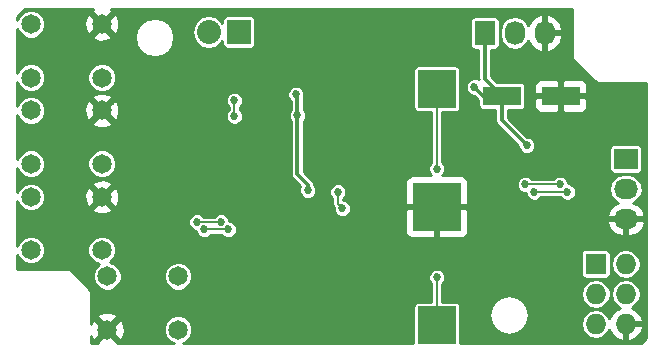
<source format=gbr>
G04 #@! TF.FileFunction,Copper,L1,Top,Signal*
%FSLAX46Y46*%
G04 Gerber Fmt 4.6, Leading zero omitted, Abs format (unit mm)*
G04 Created by KiCad (PCBNEW (2015-03-10 BZR 5502)-product) date Monday, March 16, 2015 'PMt' 10:50:53 PM*
%MOMM*%
G01*
G04 APERTURE LIST*
%ADD10C,0.100000*%
%ADD11R,3.200000X1.600000*%
%ADD12C,1.651000*%
%ADD13R,3.175000X3.175000*%
%ADD14R,4.064000X4.064000*%
%ADD15R,1.727200X1.727200*%
%ADD16O,1.727200X1.727200*%
%ADD17R,2.032000X2.032000*%
%ADD18O,2.032000X2.032000*%
%ADD19R,2.032000X1.727200*%
%ADD20O,2.032000X1.727200*%
%ADD21R,1.727200X2.032000*%
%ADD22O,1.727200X2.032000*%
%ADD23C,0.685800*%
%ADD24C,0.304800*%
%ADD25C,0.152400*%
%ADD26C,0.254000*%
G04 APERTURE END LIST*
D10*
D11*
X141645000Y-107950000D03*
X146645000Y-107950000D03*
D12*
X101775000Y-120995000D03*
X107775000Y-120995000D03*
X101775000Y-116495000D03*
X107775000Y-116495000D03*
X101775000Y-113680000D03*
X107775000Y-113680000D03*
X101775000Y-109180000D03*
X107775000Y-109180000D03*
X101775000Y-106390000D03*
X107775000Y-106390000D03*
X101775000Y-101890000D03*
X107775000Y-101890000D03*
X114252000Y-123226000D03*
X108252000Y-123226000D03*
X114252000Y-127726000D03*
X108252000Y-127726000D03*
D13*
X136144000Y-107327700D03*
D14*
X136144000Y-117348000D03*
D13*
X136144000Y-127368300D03*
D15*
X149606000Y-122174000D03*
D16*
X152146000Y-122174000D03*
X149606000Y-124714000D03*
X152146000Y-124714000D03*
X149606000Y-127254000D03*
X152146000Y-127254000D03*
D17*
X119380000Y-102540000D03*
D18*
X116840000Y-102540000D03*
D19*
X152146000Y-113284000D03*
D20*
X152146000Y-115824000D03*
X152146000Y-118364000D03*
D21*
X140208000Y-102616000D03*
D22*
X142748000Y-102616000D03*
X145288000Y-102616000D03*
D23*
X125222000Y-115951000D03*
X139319000Y-107188000D03*
X143763998Y-112141000D03*
X124206000Y-107823000D03*
X124333000Y-109601000D03*
X122428000Y-110744000D03*
X121158000Y-106807000D03*
X131953000Y-112141000D03*
X122174000Y-114490510D03*
X128524000Y-105537000D03*
X132588000Y-114173000D03*
X144399000Y-116078000D03*
X147193000Y-116078000D03*
X143637000Y-115442990D03*
X146558000Y-115443000D03*
X128143000Y-117475000D03*
X127762000Y-116078000D03*
X118491000Y-119253000D03*
X116458982Y-119253000D03*
X117855992Y-118618000D03*
X115824000Y-118618000D03*
X118999000Y-108331000D03*
X118999000Y-109664510D03*
X136144000Y-123317000D03*
X136144000Y-114109510D03*
D24*
X124333000Y-109601000D02*
X124333000Y-114577067D01*
X124333000Y-114577067D02*
X125222000Y-115466067D01*
X125222000Y-115466067D02*
X125222000Y-115951000D01*
X141645000Y-107950000D02*
X140081000Y-107950000D01*
X140081000Y-107950000D02*
X139319000Y-107188000D01*
X141645000Y-110022002D02*
X143763998Y-112141000D01*
X141645000Y-107950000D02*
X141645000Y-110022002D01*
X140208000Y-102616000D02*
X140208000Y-106513000D01*
X140208000Y-106513000D02*
X141645000Y-107950000D01*
X124333000Y-107950000D02*
X124206000Y-107823000D01*
X124333000Y-109601000D02*
X124333000Y-107950000D01*
X119060000Y-102860000D02*
X119380000Y-102540000D01*
D25*
X147193000Y-116078000D02*
X144399000Y-116078000D01*
X143637010Y-115443000D02*
X143637000Y-115442990D01*
X146558000Y-115443000D02*
X143637010Y-115443000D01*
X127762000Y-117094000D02*
X128143000Y-117475000D01*
X127762000Y-116078000D02*
X127762000Y-117094000D01*
X116458982Y-119253000D02*
X118491000Y-119253000D01*
X117855992Y-118618000D02*
X115824000Y-118618000D01*
X118999000Y-109664510D02*
X118999000Y-108331000D01*
X136144000Y-127368300D02*
X136144000Y-123317000D01*
X136144000Y-107327700D02*
X136144000Y-114109510D01*
D26*
G36*
X153873000Y-128447395D02*
X153753358Y-128567037D01*
X153753358Y-118723026D01*
X153753358Y-118004974D01*
X153750709Y-117989209D01*
X153496732Y-117461964D01*
X153060320Y-117072046D01*
X152787757Y-116976704D01*
X152802057Y-116973860D01*
X153205834Y-116704065D01*
X153475629Y-116300288D01*
X153570369Y-115824000D01*
X153550464Y-115723931D01*
X153550464Y-114147600D01*
X153550464Y-112420400D01*
X153522278Y-112275126D01*
X153438404Y-112147444D01*
X153311784Y-112061974D01*
X153162000Y-112031936D01*
X151130000Y-112031936D01*
X150984726Y-112060122D01*
X150857044Y-112143996D01*
X150771574Y-112270616D01*
X150741536Y-112420400D01*
X150741536Y-114147600D01*
X150769722Y-114292874D01*
X150853596Y-114420556D01*
X150980216Y-114506026D01*
X151130000Y-114536064D01*
X153162000Y-114536064D01*
X153307274Y-114507878D01*
X153434956Y-114424004D01*
X153520426Y-114297384D01*
X153550464Y-114147600D01*
X153550464Y-115723931D01*
X153475629Y-115347712D01*
X153205834Y-114943935D01*
X152802057Y-114674140D01*
X152325769Y-114579400D01*
X151966231Y-114579400D01*
X151489943Y-114674140D01*
X151086166Y-114943935D01*
X150816371Y-115347712D01*
X150721631Y-115824000D01*
X150816371Y-116300288D01*
X151086166Y-116704065D01*
X151489943Y-116973860D01*
X151504242Y-116976704D01*
X151231680Y-117072046D01*
X150795268Y-117461964D01*
X150541291Y-117989209D01*
X150538642Y-118004974D01*
X150659783Y-118237000D01*
X152019000Y-118237000D01*
X152019000Y-118217000D01*
X152273000Y-118217000D01*
X152273000Y-118237000D01*
X153632217Y-118237000D01*
X153753358Y-118004974D01*
X153753358Y-118723026D01*
X153632217Y-118491000D01*
X152273000Y-118491000D01*
X152273000Y-119704924D01*
X152507913Y-119849184D01*
X153060320Y-119655954D01*
X153496732Y-119266036D01*
X153750709Y-118738791D01*
X153753358Y-118723026D01*
X153753358Y-128567037D01*
X153600958Y-128719437D01*
X153600958Y-127613026D01*
X153600958Y-126894974D01*
X153428688Y-126479053D01*
X153034490Y-126047179D01*
X152644338Y-125864323D01*
X152646671Y-125863860D01*
X153050448Y-125594065D01*
X153320243Y-125190288D01*
X153414983Y-124714000D01*
X153414983Y-122174000D01*
X153320243Y-121697712D01*
X153050448Y-121293935D01*
X152646671Y-121024140D01*
X152170383Y-120929400D01*
X152121617Y-120929400D01*
X152019000Y-120949811D01*
X152019000Y-119704924D01*
X152019000Y-118491000D01*
X150659783Y-118491000D01*
X150538642Y-118723026D01*
X150541291Y-118738791D01*
X150795268Y-119266036D01*
X151231680Y-119655954D01*
X151784087Y-119849184D01*
X152019000Y-119704924D01*
X152019000Y-120949811D01*
X151645329Y-121024140D01*
X151241552Y-121293935D01*
X150971757Y-121697712D01*
X150877017Y-122174000D01*
X150971757Y-122650288D01*
X151241552Y-123054065D01*
X151645329Y-123323860D01*
X152121617Y-123418600D01*
X152170383Y-123418600D01*
X152646671Y-123323860D01*
X153050448Y-123054065D01*
X153320243Y-122650288D01*
X153414983Y-122174000D01*
X153414983Y-124714000D01*
X153320243Y-124237712D01*
X153050448Y-123833935D01*
X152646671Y-123564140D01*
X152170383Y-123469400D01*
X152121617Y-123469400D01*
X151645329Y-123564140D01*
X151241552Y-123833935D01*
X150971757Y-124237712D01*
X150877017Y-124714000D01*
X150971757Y-125190288D01*
X151241552Y-125594065D01*
X151645329Y-125863860D01*
X151647661Y-125864323D01*
X151257510Y-126047179D01*
X150874983Y-126466266D01*
X150874983Y-124714000D01*
X150858064Y-124628942D01*
X150858064Y-123037600D01*
X150858064Y-121310400D01*
X150829878Y-121165126D01*
X150746004Y-121037444D01*
X150619384Y-120951974D01*
X150469600Y-120921936D01*
X148880000Y-120921936D01*
X148880000Y-108876310D01*
X148880000Y-108623691D01*
X148880000Y-108235750D01*
X148880000Y-107664250D01*
X148880000Y-107276309D01*
X148880000Y-107023690D01*
X148783327Y-106790301D01*
X148604698Y-106611673D01*
X148371309Y-106515000D01*
X146930750Y-106515000D01*
X146773184Y-106672566D01*
X146773184Y-102977913D01*
X146773184Y-102254087D01*
X146579954Y-101701680D01*
X146190036Y-101265268D01*
X145662791Y-101011291D01*
X145647026Y-101008642D01*
X145415000Y-101129783D01*
X145415000Y-102489000D01*
X146628924Y-102489000D01*
X146773184Y-102254087D01*
X146773184Y-102977913D01*
X146628924Y-102743000D01*
X145415000Y-102743000D01*
X145415000Y-104102217D01*
X145647026Y-104223358D01*
X145662791Y-104220709D01*
X146190036Y-103966732D01*
X146579954Y-103530320D01*
X146773184Y-102977913D01*
X146773184Y-106672566D01*
X146772000Y-106673750D01*
X146772000Y-107823000D01*
X148721250Y-107823000D01*
X148880000Y-107664250D01*
X148880000Y-108235750D01*
X148721250Y-108077000D01*
X146772000Y-108077000D01*
X146772000Y-109226250D01*
X146930750Y-109385000D01*
X148371309Y-109385000D01*
X148604698Y-109288327D01*
X148783327Y-109109699D01*
X148880000Y-108876310D01*
X148880000Y-120921936D01*
X148742400Y-120921936D01*
X148597126Y-120950122D01*
X148469444Y-121033996D01*
X148383974Y-121160616D01*
X148353936Y-121310400D01*
X148353936Y-123037600D01*
X148382122Y-123182874D01*
X148465996Y-123310556D01*
X148592616Y-123396026D01*
X148742400Y-123426064D01*
X150469600Y-123426064D01*
X150614874Y-123397878D01*
X150742556Y-123314004D01*
X150828026Y-123187384D01*
X150858064Y-123037600D01*
X150858064Y-124628942D01*
X150780243Y-124237712D01*
X150510448Y-123833935D01*
X150106671Y-123564140D01*
X149630383Y-123469400D01*
X149581617Y-123469400D01*
X149105329Y-123564140D01*
X148701552Y-123833935D01*
X148431757Y-124237712D01*
X148337017Y-124714000D01*
X148431757Y-125190288D01*
X148701552Y-125594065D01*
X149105329Y-125863860D01*
X149581617Y-125958600D01*
X149630383Y-125958600D01*
X150106671Y-125863860D01*
X150510448Y-125594065D01*
X150780243Y-125190288D01*
X150874983Y-124714000D01*
X150874983Y-126466266D01*
X150863312Y-126479053D01*
X150755159Y-126740171D01*
X150510448Y-126373935D01*
X150106671Y-126104140D01*
X149630383Y-126009400D01*
X149581617Y-126009400D01*
X149105329Y-126104140D01*
X148701552Y-126373935D01*
X148431757Y-126777712D01*
X148337017Y-127254000D01*
X148431757Y-127730288D01*
X148701552Y-128134065D01*
X149105329Y-128403860D01*
X149581617Y-128498600D01*
X149630383Y-128498600D01*
X150106671Y-128403860D01*
X150510448Y-128134065D01*
X150755159Y-127767828D01*
X150863312Y-128028947D01*
X151257510Y-128460821D01*
X151786973Y-128708968D01*
X152019000Y-128588469D01*
X152019000Y-127381000D01*
X151999000Y-127381000D01*
X151999000Y-127127000D01*
X152019000Y-127127000D01*
X152019000Y-127107000D01*
X152273000Y-127107000D01*
X152273000Y-127127000D01*
X153479817Y-127127000D01*
X153600958Y-126894974D01*
X153600958Y-127613026D01*
X153479817Y-127381000D01*
X152273000Y-127381000D01*
X152273000Y-128588469D01*
X152505027Y-128708968D01*
X153034490Y-128460821D01*
X153428688Y-128028947D01*
X153600958Y-127613026D01*
X153600958Y-128719437D01*
X153447395Y-128873000D01*
X147917025Y-128873000D01*
X147917025Y-115934639D01*
X147807050Y-115668479D01*
X147603592Y-115464665D01*
X147337624Y-115354226D01*
X147281977Y-115354177D01*
X147282025Y-115299639D01*
X147172050Y-115033479D01*
X146968592Y-114829665D01*
X146702624Y-114719226D01*
X146518000Y-114719065D01*
X146518000Y-109226250D01*
X146518000Y-108077000D01*
X146518000Y-107823000D01*
X146518000Y-106673750D01*
X146359250Y-106515000D01*
X145161000Y-106515000D01*
X145161000Y-104102217D01*
X145161000Y-102743000D01*
X145141000Y-102743000D01*
X145141000Y-102489000D01*
X145161000Y-102489000D01*
X145161000Y-101129783D01*
X144928974Y-101008642D01*
X144913209Y-101011291D01*
X144385964Y-101265268D01*
X143996046Y-101701680D01*
X143900704Y-101974242D01*
X143897860Y-101959943D01*
X143628065Y-101556166D01*
X143224288Y-101286371D01*
X142748000Y-101191631D01*
X142271712Y-101286371D01*
X141867935Y-101556166D01*
X141598140Y-101959943D01*
X141503400Y-102436231D01*
X141503400Y-102795769D01*
X141598140Y-103272057D01*
X141867935Y-103675834D01*
X142271712Y-103945629D01*
X142748000Y-104040369D01*
X143224288Y-103945629D01*
X143628065Y-103675834D01*
X143897860Y-103272057D01*
X143900704Y-103257757D01*
X143996046Y-103530320D01*
X144385964Y-103966732D01*
X144913209Y-104220709D01*
X144928974Y-104223358D01*
X145161000Y-104102217D01*
X145161000Y-106515000D01*
X144918691Y-106515000D01*
X144685302Y-106611673D01*
X144506673Y-106790301D01*
X144410000Y-107023690D01*
X144410000Y-107276309D01*
X144410000Y-107664250D01*
X144568750Y-107823000D01*
X146518000Y-107823000D01*
X146518000Y-108077000D01*
X144568750Y-108077000D01*
X144410000Y-108235750D01*
X144410000Y-108623691D01*
X144410000Y-108876310D01*
X144506673Y-109109699D01*
X144685302Y-109288327D01*
X144918691Y-109385000D01*
X146359250Y-109385000D01*
X146518000Y-109226250D01*
X146518000Y-114719065D01*
X146414639Y-114718975D01*
X146148479Y-114828950D01*
X145991354Y-114985800D01*
X144488023Y-114985800D01*
X144488023Y-111997639D01*
X144378048Y-111731479D01*
X144174590Y-111527665D01*
X143908622Y-111417226D01*
X143794466Y-111417126D01*
X142178400Y-109801060D01*
X142178400Y-109138464D01*
X143245000Y-109138464D01*
X143390274Y-109110278D01*
X143517956Y-109026404D01*
X143603426Y-108899784D01*
X143633464Y-108750000D01*
X143633464Y-107150000D01*
X143605278Y-107004726D01*
X143521404Y-106877044D01*
X143394784Y-106791574D01*
X143245000Y-106761536D01*
X141210878Y-106761536D01*
X140741400Y-106292058D01*
X140741400Y-104020464D01*
X141071600Y-104020464D01*
X141216874Y-103992278D01*
X141344556Y-103908404D01*
X141430026Y-103781784D01*
X141460064Y-103632000D01*
X141460064Y-101600000D01*
X141431878Y-101454726D01*
X141348004Y-101327044D01*
X141221384Y-101241574D01*
X141071600Y-101211536D01*
X139344400Y-101211536D01*
X139199126Y-101239722D01*
X139071444Y-101323596D01*
X138985974Y-101450216D01*
X138955936Y-101600000D01*
X138955936Y-103632000D01*
X138984122Y-103777274D01*
X139067996Y-103904956D01*
X139194616Y-103990426D01*
X139344400Y-104020464D01*
X139674600Y-104020464D01*
X139674600Y-106513000D01*
X139683019Y-106555326D01*
X139463624Y-106464226D01*
X139175639Y-106463975D01*
X138909479Y-106573950D01*
X138705665Y-106777408D01*
X138595226Y-107043376D01*
X138594975Y-107331361D01*
X138704950Y-107597521D01*
X138908408Y-107801335D01*
X139174376Y-107911774D01*
X139288531Y-107911873D01*
X139656536Y-108279878D01*
X139656536Y-108750000D01*
X139684722Y-108895274D01*
X139768596Y-109022956D01*
X139895216Y-109108426D01*
X140045000Y-109138464D01*
X141111600Y-109138464D01*
X141111600Y-110022002D01*
X141152203Y-110226125D01*
X141267829Y-110399173D01*
X143040071Y-112171415D01*
X143039973Y-112284361D01*
X143149948Y-112550521D01*
X143353406Y-112754335D01*
X143619374Y-112864774D01*
X143907359Y-112865025D01*
X144173519Y-112755050D01*
X144377333Y-112551592D01*
X144487772Y-112285624D01*
X144488023Y-111997639D01*
X144488023Y-114985800D01*
X144203464Y-114985800D01*
X144047592Y-114829655D01*
X143781624Y-114719216D01*
X143493639Y-114718965D01*
X143227479Y-114828940D01*
X143023665Y-115032398D01*
X142913226Y-115298366D01*
X142912975Y-115586351D01*
X143022950Y-115852511D01*
X143226408Y-116056325D01*
X143492376Y-116166764D01*
X143675022Y-116166923D01*
X143674975Y-116221361D01*
X143784950Y-116487521D01*
X143988408Y-116691335D01*
X144254376Y-116801774D01*
X144542361Y-116802025D01*
X144808521Y-116692050D01*
X144965645Y-116535200D01*
X146626545Y-116535200D01*
X146782408Y-116691335D01*
X147048376Y-116801774D01*
X147336361Y-116802025D01*
X147602521Y-116692050D01*
X147806335Y-116488592D01*
X147916774Y-116222624D01*
X147917025Y-115934639D01*
X147917025Y-128873000D01*
X143931000Y-128873000D01*
X143931000Y-126500000D01*
X143803041Y-125856709D01*
X143438646Y-125311354D01*
X142893291Y-124946959D01*
X142250000Y-124819000D01*
X141606709Y-124946959D01*
X141061354Y-125311354D01*
X140696959Y-125856709D01*
X140569000Y-126500000D01*
X140696959Y-127143291D01*
X141061354Y-127688646D01*
X141606709Y-128053041D01*
X142250000Y-128181000D01*
X142893291Y-128053041D01*
X143438646Y-127688646D01*
X143803041Y-127143291D01*
X143931000Y-126500000D01*
X143931000Y-128873000D01*
X138811000Y-128873000D01*
X138811000Y-119506309D01*
X138811000Y-117633750D01*
X138811000Y-117062250D01*
X138811000Y-115189691D01*
X138714327Y-114956302D01*
X138535699Y-114777673D01*
X138302310Y-114681000D01*
X138049691Y-114681000D01*
X136596155Y-114681000D01*
X136757335Y-114520102D01*
X136867774Y-114254134D01*
X136868025Y-113966149D01*
X136758050Y-113699989D01*
X136601200Y-113542864D01*
X136601200Y-109303664D01*
X137731500Y-109303664D01*
X137876774Y-109275478D01*
X138004456Y-109191604D01*
X138089926Y-109064984D01*
X138119964Y-108915200D01*
X138119964Y-105740200D01*
X138091778Y-105594926D01*
X138007904Y-105467244D01*
X137881284Y-105381774D01*
X137731500Y-105351736D01*
X134556500Y-105351736D01*
X134411226Y-105379922D01*
X134283544Y-105463796D01*
X134198074Y-105590416D01*
X134168036Y-105740200D01*
X134168036Y-108915200D01*
X134196222Y-109060474D01*
X134280096Y-109188156D01*
X134406716Y-109273626D01*
X134556500Y-109303664D01*
X135686800Y-109303664D01*
X135686800Y-113543055D01*
X135530665Y-113698918D01*
X135420226Y-113964886D01*
X135419975Y-114252871D01*
X135529950Y-114519031D01*
X135691636Y-114681000D01*
X134238309Y-114681000D01*
X133985690Y-114681000D01*
X133752301Y-114777673D01*
X133573673Y-114956302D01*
X133477000Y-115189691D01*
X133477000Y-117062250D01*
X133635750Y-117221000D01*
X136017000Y-117221000D01*
X136017000Y-117201000D01*
X136271000Y-117201000D01*
X136271000Y-117221000D01*
X138652250Y-117221000D01*
X138811000Y-117062250D01*
X138811000Y-117633750D01*
X138652250Y-117475000D01*
X136271000Y-117475000D01*
X136271000Y-119856250D01*
X136429750Y-120015000D01*
X138049691Y-120015000D01*
X138302310Y-120015000D01*
X138535699Y-119918327D01*
X138714327Y-119739698D01*
X138811000Y-119506309D01*
X138811000Y-128873000D01*
X138119964Y-128873000D01*
X138119964Y-125780800D01*
X138091778Y-125635526D01*
X138007904Y-125507844D01*
X137881284Y-125422374D01*
X137731500Y-125392336D01*
X136601200Y-125392336D01*
X136601200Y-123883454D01*
X136757335Y-123727592D01*
X136867774Y-123461624D01*
X136868025Y-123173639D01*
X136758050Y-122907479D01*
X136554592Y-122703665D01*
X136288624Y-122593226D01*
X136017000Y-122592989D01*
X136017000Y-119856250D01*
X136017000Y-117475000D01*
X133635750Y-117475000D01*
X133477000Y-117633750D01*
X133477000Y-119506309D01*
X133573673Y-119739698D01*
X133752301Y-119918327D01*
X133985690Y-120015000D01*
X134238309Y-120015000D01*
X135858250Y-120015000D01*
X136017000Y-119856250D01*
X136017000Y-122592989D01*
X136000639Y-122592975D01*
X135734479Y-122702950D01*
X135530665Y-122906408D01*
X135420226Y-123172376D01*
X135419975Y-123460361D01*
X135529950Y-123726521D01*
X135686800Y-123883645D01*
X135686800Y-125392336D01*
X134556500Y-125392336D01*
X134411226Y-125420522D01*
X134283544Y-125504396D01*
X134198074Y-125631016D01*
X134168036Y-125780800D01*
X134168036Y-128873000D01*
X128867025Y-128873000D01*
X128867025Y-117331639D01*
X128757050Y-117065479D01*
X128553592Y-116861665D01*
X128287624Y-116751226D01*
X128219200Y-116751166D01*
X128219200Y-116644454D01*
X128375335Y-116488592D01*
X128485774Y-116222624D01*
X128486025Y-115934639D01*
X128376050Y-115668479D01*
X128172592Y-115464665D01*
X127906624Y-115354226D01*
X127618639Y-115353975D01*
X127352479Y-115463950D01*
X127148665Y-115667408D01*
X127038226Y-115933376D01*
X127037975Y-116221361D01*
X127147950Y-116487521D01*
X127304800Y-116644645D01*
X127304800Y-117094000D01*
X127339602Y-117268963D01*
X127419175Y-117388052D01*
X127418975Y-117618361D01*
X127528950Y-117884521D01*
X127732408Y-118088335D01*
X127998376Y-118198774D01*
X128286361Y-118199025D01*
X128552521Y-118089050D01*
X128756335Y-117885592D01*
X128866774Y-117619624D01*
X128867025Y-117331639D01*
X128867025Y-128873000D01*
X125946025Y-128873000D01*
X125946025Y-115807639D01*
X125836050Y-115541479D01*
X125754063Y-115459349D01*
X125714797Y-115261944D01*
X125599171Y-115088896D01*
X124866400Y-114356125D01*
X124866400Y-110091387D01*
X124946335Y-110011592D01*
X125056774Y-109745624D01*
X125057025Y-109457639D01*
X124947050Y-109191479D01*
X124866400Y-109110687D01*
X124866400Y-108120246D01*
X124929774Y-107967624D01*
X124930025Y-107679639D01*
X124820050Y-107413479D01*
X124616592Y-107209665D01*
X124350624Y-107099226D01*
X124062639Y-107098975D01*
X123796479Y-107208950D01*
X123592665Y-107412408D01*
X123482226Y-107678376D01*
X123481975Y-107966361D01*
X123591950Y-108232521D01*
X123795408Y-108436335D01*
X123799600Y-108438075D01*
X123799600Y-109110612D01*
X123719665Y-109190408D01*
X123609226Y-109456376D01*
X123608975Y-109744361D01*
X123718950Y-110010521D01*
X123799600Y-110091312D01*
X123799600Y-114577067D01*
X123840203Y-114781190D01*
X123955829Y-114954238D01*
X124589104Y-115587513D01*
X124498226Y-115806376D01*
X124497975Y-116094361D01*
X124607950Y-116360521D01*
X124811408Y-116564335D01*
X125077376Y-116674774D01*
X125365361Y-116675025D01*
X125631521Y-116565050D01*
X125835335Y-116361592D01*
X125945774Y-116095624D01*
X125946025Y-115807639D01*
X125946025Y-128873000D01*
X120784464Y-128873000D01*
X120784464Y-103556000D01*
X120784464Y-101524000D01*
X120756278Y-101378726D01*
X120672404Y-101251044D01*
X120545784Y-101165574D01*
X120396000Y-101135536D01*
X118364000Y-101135536D01*
X118218726Y-101163722D01*
X118091044Y-101247596D01*
X118005574Y-101374216D01*
X117975536Y-101524000D01*
X117975536Y-101745863D01*
X117827828Y-101524803D01*
X117374609Y-101221971D01*
X116840000Y-101115631D01*
X116305391Y-101221971D01*
X115852172Y-101524803D01*
X115549340Y-101978022D01*
X115443000Y-102512631D01*
X115443000Y-102567369D01*
X115549340Y-103101978D01*
X115852172Y-103555197D01*
X116305391Y-103858029D01*
X116840000Y-103964369D01*
X117374609Y-103858029D01*
X117827828Y-103555197D01*
X117975536Y-103334136D01*
X117975536Y-103556000D01*
X118003722Y-103701274D01*
X118087596Y-103828956D01*
X118214216Y-103914426D01*
X118364000Y-103944464D01*
X120396000Y-103944464D01*
X120541274Y-103916278D01*
X120668956Y-103832404D01*
X120754426Y-103705784D01*
X120784464Y-103556000D01*
X120784464Y-128873000D01*
X119723025Y-128873000D01*
X119723025Y-109521149D01*
X119613050Y-109254989D01*
X119456200Y-109097864D01*
X119456200Y-108897454D01*
X119612335Y-108741592D01*
X119722774Y-108475624D01*
X119723025Y-108187639D01*
X119613050Y-107921479D01*
X119409592Y-107717665D01*
X119143624Y-107607226D01*
X118855639Y-107606975D01*
X118589479Y-107716950D01*
X118385665Y-107920408D01*
X118275226Y-108186376D01*
X118274975Y-108474361D01*
X118384950Y-108740521D01*
X118541800Y-108897645D01*
X118541800Y-109098055D01*
X118385665Y-109253918D01*
X118275226Y-109519886D01*
X118274975Y-109807871D01*
X118384950Y-110074031D01*
X118588408Y-110277845D01*
X118854376Y-110388284D01*
X119142361Y-110388535D01*
X119408521Y-110278560D01*
X119612335Y-110075102D01*
X119722774Y-109809134D01*
X119723025Y-109521149D01*
X119723025Y-128873000D01*
X119215025Y-128873000D01*
X119215025Y-119109639D01*
X119105050Y-118843479D01*
X118901592Y-118639665D01*
X118635624Y-118529226D01*
X118579969Y-118529177D01*
X118580017Y-118474639D01*
X118470042Y-118208479D01*
X118266584Y-118004665D01*
X118000616Y-117894226D01*
X117712631Y-117893975D01*
X117446471Y-118003950D01*
X117289346Y-118160800D01*
X116390454Y-118160800D01*
X116234592Y-118004665D01*
X115968624Y-117894226D01*
X115680639Y-117893975D01*
X115414479Y-118003950D01*
X115210665Y-118207408D01*
X115100226Y-118473376D01*
X115099975Y-118761361D01*
X115209950Y-119027521D01*
X115413408Y-119231335D01*
X115679376Y-119341774D01*
X115735004Y-119341822D01*
X115734957Y-119396361D01*
X115844932Y-119662521D01*
X116048390Y-119866335D01*
X116314358Y-119976774D01*
X116602343Y-119977025D01*
X116868503Y-119867050D01*
X117025627Y-119710200D01*
X117924545Y-119710200D01*
X118080408Y-119866335D01*
X118346376Y-119976774D01*
X118634361Y-119977025D01*
X118900521Y-119867050D01*
X119104335Y-119663592D01*
X119214774Y-119397624D01*
X119215025Y-119109639D01*
X119215025Y-128873000D01*
X114635442Y-128873000D01*
X114934535Y-128749418D01*
X115274225Y-128410320D01*
X115458290Y-127967041D01*
X115458709Y-127487065D01*
X115458709Y-122987065D01*
X115275418Y-122543465D01*
X114936320Y-122203775D01*
X114493041Y-122019710D01*
X114013065Y-122019291D01*
X113931000Y-122053199D01*
X113931000Y-103000000D01*
X113803041Y-102356709D01*
X113438646Y-101811354D01*
X112893291Y-101446959D01*
X112250000Y-101319000D01*
X111606709Y-101446959D01*
X111061354Y-101811354D01*
X110696959Y-102356709D01*
X110569000Y-103000000D01*
X110696959Y-103643291D01*
X111061354Y-104188646D01*
X111606709Y-104553041D01*
X112250000Y-104681000D01*
X112893291Y-104553041D01*
X113438646Y-104188646D01*
X113803041Y-103643291D01*
X113931000Y-103000000D01*
X113931000Y-122053199D01*
X113569465Y-122202582D01*
X113229775Y-122541680D01*
X113045710Y-122984959D01*
X113045291Y-123464935D01*
X113228582Y-123908535D01*
X113567680Y-124248225D01*
X114010959Y-124432290D01*
X114490935Y-124432709D01*
X114934535Y-124249418D01*
X115274225Y-123910320D01*
X115458290Y-123467041D01*
X115458709Y-122987065D01*
X115458709Y-127487065D01*
X115275418Y-127043465D01*
X114936320Y-126703775D01*
X114493041Y-126519710D01*
X114013065Y-126519291D01*
X113569465Y-126702582D01*
X113229775Y-127041680D01*
X113045710Y-127484959D01*
X113045291Y-127964935D01*
X113228582Y-128408535D01*
X113567680Y-128748225D01*
X113868172Y-128873000D01*
X109724340Y-128873000D01*
X109724340Y-127948869D01*
X109697553Y-127368465D01*
X109526976Y-126956656D01*
X109458709Y-126935452D01*
X109458709Y-122987065D01*
X109275418Y-122543465D01*
X109247340Y-122515337D01*
X109247340Y-116717869D01*
X109247340Y-109402869D01*
X109247340Y-102112869D01*
X109220553Y-101532465D01*
X109049976Y-101120656D01*
X108801215Y-101043390D01*
X107954605Y-101890000D01*
X108801215Y-102736610D01*
X109049976Y-102659344D01*
X109247340Y-102112869D01*
X109247340Y-109402869D01*
X109220553Y-108822465D01*
X109049976Y-108410656D01*
X108981709Y-108389452D01*
X108981709Y-106151065D01*
X108798418Y-105707465D01*
X108621610Y-105530348D01*
X108621610Y-102916215D01*
X107775000Y-102069605D01*
X107595395Y-102249210D01*
X107595395Y-101890000D01*
X106748785Y-101043390D01*
X106500024Y-101120656D01*
X106302660Y-101667131D01*
X106329447Y-102247535D01*
X106500024Y-102659344D01*
X106748785Y-102736610D01*
X107595395Y-101890000D01*
X107595395Y-102249210D01*
X106928390Y-102916215D01*
X107005656Y-103164976D01*
X107552131Y-103362340D01*
X108132535Y-103335553D01*
X108544344Y-103164976D01*
X108621610Y-102916215D01*
X108621610Y-105530348D01*
X108459320Y-105367775D01*
X108016041Y-105183710D01*
X107536065Y-105183291D01*
X107092465Y-105366582D01*
X106752775Y-105705680D01*
X106568710Y-106148959D01*
X106568291Y-106628935D01*
X106751582Y-107072535D01*
X107090680Y-107412225D01*
X107533959Y-107596290D01*
X108013935Y-107596709D01*
X108457535Y-107413418D01*
X108797225Y-107074320D01*
X108981290Y-106631041D01*
X108981709Y-106151065D01*
X108981709Y-108389452D01*
X108801215Y-108333390D01*
X108621610Y-108512995D01*
X108621610Y-108153785D01*
X108544344Y-107905024D01*
X107997869Y-107707660D01*
X107417465Y-107734447D01*
X107005656Y-107905024D01*
X106928390Y-108153785D01*
X107775000Y-109000395D01*
X108621610Y-108153785D01*
X108621610Y-108512995D01*
X107954605Y-109180000D01*
X108801215Y-110026610D01*
X109049976Y-109949344D01*
X109247340Y-109402869D01*
X109247340Y-116717869D01*
X109220553Y-116137465D01*
X109049976Y-115725656D01*
X108981709Y-115704452D01*
X108981709Y-113441065D01*
X108798418Y-112997465D01*
X108621610Y-112820348D01*
X108621610Y-110206215D01*
X107775000Y-109359605D01*
X107595395Y-109539210D01*
X107595395Y-109180000D01*
X106748785Y-108333390D01*
X106500024Y-108410656D01*
X106302660Y-108957131D01*
X106329447Y-109537535D01*
X106500024Y-109949344D01*
X106748785Y-110026610D01*
X107595395Y-109180000D01*
X107595395Y-109539210D01*
X106928390Y-110206215D01*
X107005656Y-110454976D01*
X107552131Y-110652340D01*
X108132535Y-110625553D01*
X108544344Y-110454976D01*
X108621610Y-110206215D01*
X108621610Y-112820348D01*
X108459320Y-112657775D01*
X108016041Y-112473710D01*
X107536065Y-112473291D01*
X107092465Y-112656582D01*
X106752775Y-112995680D01*
X106568710Y-113438959D01*
X106568291Y-113918935D01*
X106751582Y-114362535D01*
X107090680Y-114702225D01*
X107533959Y-114886290D01*
X108013935Y-114886709D01*
X108457535Y-114703418D01*
X108797225Y-114364320D01*
X108981290Y-113921041D01*
X108981709Y-113441065D01*
X108981709Y-115704452D01*
X108801215Y-115648390D01*
X108621610Y-115827995D01*
X108621610Y-115468785D01*
X108544344Y-115220024D01*
X107997869Y-115022660D01*
X107417465Y-115049447D01*
X107005656Y-115220024D01*
X106928390Y-115468785D01*
X107775000Y-116315395D01*
X108621610Y-115468785D01*
X108621610Y-115827995D01*
X107954605Y-116495000D01*
X108801215Y-117341610D01*
X109049976Y-117264344D01*
X109247340Y-116717869D01*
X109247340Y-122515337D01*
X108936320Y-122203775D01*
X108493041Y-122019710D01*
X108454489Y-122019676D01*
X108457535Y-122018418D01*
X108797225Y-121679320D01*
X108981290Y-121236041D01*
X108981709Y-120756065D01*
X108798418Y-120312465D01*
X108621610Y-120135348D01*
X108621610Y-117521215D01*
X107775000Y-116674605D01*
X107595395Y-116854210D01*
X107595395Y-116495000D01*
X106748785Y-115648390D01*
X106500024Y-115725656D01*
X106302660Y-116272131D01*
X106329447Y-116852535D01*
X106500024Y-117264344D01*
X106748785Y-117341610D01*
X107595395Y-116495000D01*
X107595395Y-116854210D01*
X106928390Y-117521215D01*
X107005656Y-117769976D01*
X107552131Y-117967340D01*
X108132535Y-117940553D01*
X108544344Y-117769976D01*
X108621610Y-117521215D01*
X108621610Y-120135348D01*
X108459320Y-119972775D01*
X108016041Y-119788710D01*
X107536065Y-119788291D01*
X107092465Y-119971582D01*
X106752775Y-120310680D01*
X106568710Y-120753959D01*
X106568291Y-121233935D01*
X106751582Y-121677535D01*
X107090680Y-122017225D01*
X107533959Y-122201290D01*
X107572510Y-122201323D01*
X107569465Y-122202582D01*
X107229775Y-122541680D01*
X107045710Y-122984959D01*
X107045291Y-123464935D01*
X107228582Y-123908535D01*
X107567680Y-124248225D01*
X108010959Y-124432290D01*
X108490935Y-124432709D01*
X108934535Y-124249418D01*
X109274225Y-123910320D01*
X109458290Y-123467041D01*
X109458709Y-122987065D01*
X109458709Y-126935452D01*
X109278215Y-126879390D01*
X109098610Y-127058995D01*
X109098610Y-126699785D01*
X109021344Y-126451024D01*
X108474869Y-126253660D01*
X107894465Y-126280447D01*
X107482656Y-126451024D01*
X107405390Y-126699785D01*
X108252000Y-127546395D01*
X109098610Y-126699785D01*
X109098610Y-127058995D01*
X108431605Y-127726000D01*
X109278215Y-128572610D01*
X109526976Y-128495344D01*
X109724340Y-127948869D01*
X109724340Y-128873000D01*
X109061093Y-128873000D01*
X109098610Y-128752215D01*
X108252000Y-127905605D01*
X107405390Y-128752215D01*
X107442906Y-128873000D01*
X106877000Y-128873000D01*
X106877000Y-128253864D01*
X106977024Y-128495344D01*
X107225785Y-128572610D01*
X108072395Y-127726000D01*
X107225785Y-126879390D01*
X106977024Y-126956656D01*
X106877000Y-127233609D01*
X106877000Y-124447395D01*
X105052605Y-122623000D01*
X100627000Y-122623000D01*
X100627000Y-121376022D01*
X100751582Y-121677535D01*
X101090680Y-122017225D01*
X101533959Y-122201290D01*
X102013935Y-122201709D01*
X102457535Y-122018418D01*
X102797225Y-121679320D01*
X102981290Y-121236041D01*
X102981709Y-120756065D01*
X102798418Y-120312465D01*
X102459320Y-119972775D01*
X102016041Y-119788710D01*
X101536065Y-119788291D01*
X101092465Y-119971582D01*
X100752775Y-120310680D01*
X100627000Y-120613580D01*
X100627000Y-116876022D01*
X100751582Y-117177535D01*
X101090680Y-117517225D01*
X101533959Y-117701290D01*
X102013935Y-117701709D01*
X102457535Y-117518418D01*
X102797225Y-117179320D01*
X102981290Y-116736041D01*
X102981709Y-116256065D01*
X102798418Y-115812465D01*
X102459320Y-115472775D01*
X102016041Y-115288710D01*
X101536065Y-115288291D01*
X101092465Y-115471582D01*
X100752775Y-115810680D01*
X100627000Y-116113580D01*
X100627000Y-114061022D01*
X100751582Y-114362535D01*
X101090680Y-114702225D01*
X101533959Y-114886290D01*
X102013935Y-114886709D01*
X102457535Y-114703418D01*
X102797225Y-114364320D01*
X102981290Y-113921041D01*
X102981709Y-113441065D01*
X102798418Y-112997465D01*
X102459320Y-112657775D01*
X102016041Y-112473710D01*
X101536065Y-112473291D01*
X101092465Y-112656582D01*
X100752775Y-112995680D01*
X100627000Y-113298580D01*
X100627000Y-109561022D01*
X100751582Y-109862535D01*
X101090680Y-110202225D01*
X101533959Y-110386290D01*
X102013935Y-110386709D01*
X102457535Y-110203418D01*
X102797225Y-109864320D01*
X102981290Y-109421041D01*
X102981709Y-108941065D01*
X102798418Y-108497465D01*
X102459320Y-108157775D01*
X102016041Y-107973710D01*
X101536065Y-107973291D01*
X101092465Y-108156582D01*
X100752775Y-108495680D01*
X100627000Y-108798580D01*
X100627000Y-106771022D01*
X100751582Y-107072535D01*
X101090680Y-107412225D01*
X101533959Y-107596290D01*
X102013935Y-107596709D01*
X102457535Y-107413418D01*
X102797225Y-107074320D01*
X102981290Y-106631041D01*
X102981709Y-106151065D01*
X102798418Y-105707465D01*
X102459320Y-105367775D01*
X102016041Y-105183710D01*
X101536065Y-105183291D01*
X101092465Y-105366582D01*
X100752775Y-105705680D01*
X100627000Y-106008580D01*
X100627000Y-102271022D01*
X100751582Y-102572535D01*
X101090680Y-102912225D01*
X101533959Y-103096290D01*
X102013935Y-103096709D01*
X102457535Y-102913418D01*
X102797225Y-102574320D01*
X102981290Y-102131041D01*
X102981709Y-101651065D01*
X102798418Y-101207465D01*
X102459320Y-100867775D01*
X102016041Y-100683710D01*
X101536065Y-100683291D01*
X101092465Y-100866582D01*
X100752775Y-101205680D01*
X100627000Y-101508580D01*
X100627000Y-101302605D01*
X101302605Y-100627000D01*
X107001936Y-100627000D01*
X106928390Y-100863785D01*
X107775000Y-101710395D01*
X108621610Y-100863785D01*
X108548063Y-100627000D01*
X147623000Y-100627000D01*
X147623000Y-104802605D01*
X149697395Y-106877000D01*
X153873000Y-106877000D01*
X153873000Y-128447395D01*
X153873000Y-128447395D01*
G37*
X153873000Y-128447395D02*
X153753358Y-128567037D01*
X153753358Y-118723026D01*
X153753358Y-118004974D01*
X153750709Y-117989209D01*
X153496732Y-117461964D01*
X153060320Y-117072046D01*
X152787757Y-116976704D01*
X152802057Y-116973860D01*
X153205834Y-116704065D01*
X153475629Y-116300288D01*
X153570369Y-115824000D01*
X153550464Y-115723931D01*
X153550464Y-114147600D01*
X153550464Y-112420400D01*
X153522278Y-112275126D01*
X153438404Y-112147444D01*
X153311784Y-112061974D01*
X153162000Y-112031936D01*
X151130000Y-112031936D01*
X150984726Y-112060122D01*
X150857044Y-112143996D01*
X150771574Y-112270616D01*
X150741536Y-112420400D01*
X150741536Y-114147600D01*
X150769722Y-114292874D01*
X150853596Y-114420556D01*
X150980216Y-114506026D01*
X151130000Y-114536064D01*
X153162000Y-114536064D01*
X153307274Y-114507878D01*
X153434956Y-114424004D01*
X153520426Y-114297384D01*
X153550464Y-114147600D01*
X153550464Y-115723931D01*
X153475629Y-115347712D01*
X153205834Y-114943935D01*
X152802057Y-114674140D01*
X152325769Y-114579400D01*
X151966231Y-114579400D01*
X151489943Y-114674140D01*
X151086166Y-114943935D01*
X150816371Y-115347712D01*
X150721631Y-115824000D01*
X150816371Y-116300288D01*
X151086166Y-116704065D01*
X151489943Y-116973860D01*
X151504242Y-116976704D01*
X151231680Y-117072046D01*
X150795268Y-117461964D01*
X150541291Y-117989209D01*
X150538642Y-118004974D01*
X150659783Y-118237000D01*
X152019000Y-118237000D01*
X152019000Y-118217000D01*
X152273000Y-118217000D01*
X152273000Y-118237000D01*
X153632217Y-118237000D01*
X153753358Y-118004974D01*
X153753358Y-118723026D01*
X153632217Y-118491000D01*
X152273000Y-118491000D01*
X152273000Y-119704924D01*
X152507913Y-119849184D01*
X153060320Y-119655954D01*
X153496732Y-119266036D01*
X153750709Y-118738791D01*
X153753358Y-118723026D01*
X153753358Y-128567037D01*
X153600958Y-128719437D01*
X153600958Y-127613026D01*
X153600958Y-126894974D01*
X153428688Y-126479053D01*
X153034490Y-126047179D01*
X152644338Y-125864323D01*
X152646671Y-125863860D01*
X153050448Y-125594065D01*
X153320243Y-125190288D01*
X153414983Y-124714000D01*
X153414983Y-122174000D01*
X153320243Y-121697712D01*
X153050448Y-121293935D01*
X152646671Y-121024140D01*
X152170383Y-120929400D01*
X152121617Y-120929400D01*
X152019000Y-120949811D01*
X152019000Y-119704924D01*
X152019000Y-118491000D01*
X150659783Y-118491000D01*
X150538642Y-118723026D01*
X150541291Y-118738791D01*
X150795268Y-119266036D01*
X151231680Y-119655954D01*
X151784087Y-119849184D01*
X152019000Y-119704924D01*
X152019000Y-120949811D01*
X151645329Y-121024140D01*
X151241552Y-121293935D01*
X150971757Y-121697712D01*
X150877017Y-122174000D01*
X150971757Y-122650288D01*
X151241552Y-123054065D01*
X151645329Y-123323860D01*
X152121617Y-123418600D01*
X152170383Y-123418600D01*
X152646671Y-123323860D01*
X153050448Y-123054065D01*
X153320243Y-122650288D01*
X153414983Y-122174000D01*
X153414983Y-124714000D01*
X153320243Y-124237712D01*
X153050448Y-123833935D01*
X152646671Y-123564140D01*
X152170383Y-123469400D01*
X152121617Y-123469400D01*
X151645329Y-123564140D01*
X151241552Y-123833935D01*
X150971757Y-124237712D01*
X150877017Y-124714000D01*
X150971757Y-125190288D01*
X151241552Y-125594065D01*
X151645329Y-125863860D01*
X151647661Y-125864323D01*
X151257510Y-126047179D01*
X150874983Y-126466266D01*
X150874983Y-124714000D01*
X150858064Y-124628942D01*
X150858064Y-123037600D01*
X150858064Y-121310400D01*
X150829878Y-121165126D01*
X150746004Y-121037444D01*
X150619384Y-120951974D01*
X150469600Y-120921936D01*
X148880000Y-120921936D01*
X148880000Y-108876310D01*
X148880000Y-108623691D01*
X148880000Y-108235750D01*
X148880000Y-107664250D01*
X148880000Y-107276309D01*
X148880000Y-107023690D01*
X148783327Y-106790301D01*
X148604698Y-106611673D01*
X148371309Y-106515000D01*
X146930750Y-106515000D01*
X146773184Y-106672566D01*
X146773184Y-102977913D01*
X146773184Y-102254087D01*
X146579954Y-101701680D01*
X146190036Y-101265268D01*
X145662791Y-101011291D01*
X145647026Y-101008642D01*
X145415000Y-101129783D01*
X145415000Y-102489000D01*
X146628924Y-102489000D01*
X146773184Y-102254087D01*
X146773184Y-102977913D01*
X146628924Y-102743000D01*
X145415000Y-102743000D01*
X145415000Y-104102217D01*
X145647026Y-104223358D01*
X145662791Y-104220709D01*
X146190036Y-103966732D01*
X146579954Y-103530320D01*
X146773184Y-102977913D01*
X146773184Y-106672566D01*
X146772000Y-106673750D01*
X146772000Y-107823000D01*
X148721250Y-107823000D01*
X148880000Y-107664250D01*
X148880000Y-108235750D01*
X148721250Y-108077000D01*
X146772000Y-108077000D01*
X146772000Y-109226250D01*
X146930750Y-109385000D01*
X148371309Y-109385000D01*
X148604698Y-109288327D01*
X148783327Y-109109699D01*
X148880000Y-108876310D01*
X148880000Y-120921936D01*
X148742400Y-120921936D01*
X148597126Y-120950122D01*
X148469444Y-121033996D01*
X148383974Y-121160616D01*
X148353936Y-121310400D01*
X148353936Y-123037600D01*
X148382122Y-123182874D01*
X148465996Y-123310556D01*
X148592616Y-123396026D01*
X148742400Y-123426064D01*
X150469600Y-123426064D01*
X150614874Y-123397878D01*
X150742556Y-123314004D01*
X150828026Y-123187384D01*
X150858064Y-123037600D01*
X150858064Y-124628942D01*
X150780243Y-124237712D01*
X150510448Y-123833935D01*
X150106671Y-123564140D01*
X149630383Y-123469400D01*
X149581617Y-123469400D01*
X149105329Y-123564140D01*
X148701552Y-123833935D01*
X148431757Y-124237712D01*
X148337017Y-124714000D01*
X148431757Y-125190288D01*
X148701552Y-125594065D01*
X149105329Y-125863860D01*
X149581617Y-125958600D01*
X149630383Y-125958600D01*
X150106671Y-125863860D01*
X150510448Y-125594065D01*
X150780243Y-125190288D01*
X150874983Y-124714000D01*
X150874983Y-126466266D01*
X150863312Y-126479053D01*
X150755159Y-126740171D01*
X150510448Y-126373935D01*
X150106671Y-126104140D01*
X149630383Y-126009400D01*
X149581617Y-126009400D01*
X149105329Y-126104140D01*
X148701552Y-126373935D01*
X148431757Y-126777712D01*
X148337017Y-127254000D01*
X148431757Y-127730288D01*
X148701552Y-128134065D01*
X149105329Y-128403860D01*
X149581617Y-128498600D01*
X149630383Y-128498600D01*
X150106671Y-128403860D01*
X150510448Y-128134065D01*
X150755159Y-127767828D01*
X150863312Y-128028947D01*
X151257510Y-128460821D01*
X151786973Y-128708968D01*
X152019000Y-128588469D01*
X152019000Y-127381000D01*
X151999000Y-127381000D01*
X151999000Y-127127000D01*
X152019000Y-127127000D01*
X152019000Y-127107000D01*
X152273000Y-127107000D01*
X152273000Y-127127000D01*
X153479817Y-127127000D01*
X153600958Y-126894974D01*
X153600958Y-127613026D01*
X153479817Y-127381000D01*
X152273000Y-127381000D01*
X152273000Y-128588469D01*
X152505027Y-128708968D01*
X153034490Y-128460821D01*
X153428688Y-128028947D01*
X153600958Y-127613026D01*
X153600958Y-128719437D01*
X153447395Y-128873000D01*
X147917025Y-128873000D01*
X147917025Y-115934639D01*
X147807050Y-115668479D01*
X147603592Y-115464665D01*
X147337624Y-115354226D01*
X147281977Y-115354177D01*
X147282025Y-115299639D01*
X147172050Y-115033479D01*
X146968592Y-114829665D01*
X146702624Y-114719226D01*
X146518000Y-114719065D01*
X146518000Y-109226250D01*
X146518000Y-108077000D01*
X146518000Y-107823000D01*
X146518000Y-106673750D01*
X146359250Y-106515000D01*
X145161000Y-106515000D01*
X145161000Y-104102217D01*
X145161000Y-102743000D01*
X145141000Y-102743000D01*
X145141000Y-102489000D01*
X145161000Y-102489000D01*
X145161000Y-101129783D01*
X144928974Y-101008642D01*
X144913209Y-101011291D01*
X144385964Y-101265268D01*
X143996046Y-101701680D01*
X143900704Y-101974242D01*
X143897860Y-101959943D01*
X143628065Y-101556166D01*
X143224288Y-101286371D01*
X142748000Y-101191631D01*
X142271712Y-101286371D01*
X141867935Y-101556166D01*
X141598140Y-101959943D01*
X141503400Y-102436231D01*
X141503400Y-102795769D01*
X141598140Y-103272057D01*
X141867935Y-103675834D01*
X142271712Y-103945629D01*
X142748000Y-104040369D01*
X143224288Y-103945629D01*
X143628065Y-103675834D01*
X143897860Y-103272057D01*
X143900704Y-103257757D01*
X143996046Y-103530320D01*
X144385964Y-103966732D01*
X144913209Y-104220709D01*
X144928974Y-104223358D01*
X145161000Y-104102217D01*
X145161000Y-106515000D01*
X144918691Y-106515000D01*
X144685302Y-106611673D01*
X144506673Y-106790301D01*
X144410000Y-107023690D01*
X144410000Y-107276309D01*
X144410000Y-107664250D01*
X144568750Y-107823000D01*
X146518000Y-107823000D01*
X146518000Y-108077000D01*
X144568750Y-108077000D01*
X144410000Y-108235750D01*
X144410000Y-108623691D01*
X144410000Y-108876310D01*
X144506673Y-109109699D01*
X144685302Y-109288327D01*
X144918691Y-109385000D01*
X146359250Y-109385000D01*
X146518000Y-109226250D01*
X146518000Y-114719065D01*
X146414639Y-114718975D01*
X146148479Y-114828950D01*
X145991354Y-114985800D01*
X144488023Y-114985800D01*
X144488023Y-111997639D01*
X144378048Y-111731479D01*
X144174590Y-111527665D01*
X143908622Y-111417226D01*
X143794466Y-111417126D01*
X142178400Y-109801060D01*
X142178400Y-109138464D01*
X143245000Y-109138464D01*
X143390274Y-109110278D01*
X143517956Y-109026404D01*
X143603426Y-108899784D01*
X143633464Y-108750000D01*
X143633464Y-107150000D01*
X143605278Y-107004726D01*
X143521404Y-106877044D01*
X143394784Y-106791574D01*
X143245000Y-106761536D01*
X141210878Y-106761536D01*
X140741400Y-106292058D01*
X140741400Y-104020464D01*
X141071600Y-104020464D01*
X141216874Y-103992278D01*
X141344556Y-103908404D01*
X141430026Y-103781784D01*
X141460064Y-103632000D01*
X141460064Y-101600000D01*
X141431878Y-101454726D01*
X141348004Y-101327044D01*
X141221384Y-101241574D01*
X141071600Y-101211536D01*
X139344400Y-101211536D01*
X139199126Y-101239722D01*
X139071444Y-101323596D01*
X138985974Y-101450216D01*
X138955936Y-101600000D01*
X138955936Y-103632000D01*
X138984122Y-103777274D01*
X139067996Y-103904956D01*
X139194616Y-103990426D01*
X139344400Y-104020464D01*
X139674600Y-104020464D01*
X139674600Y-106513000D01*
X139683019Y-106555326D01*
X139463624Y-106464226D01*
X139175639Y-106463975D01*
X138909479Y-106573950D01*
X138705665Y-106777408D01*
X138595226Y-107043376D01*
X138594975Y-107331361D01*
X138704950Y-107597521D01*
X138908408Y-107801335D01*
X139174376Y-107911774D01*
X139288531Y-107911873D01*
X139656536Y-108279878D01*
X139656536Y-108750000D01*
X139684722Y-108895274D01*
X139768596Y-109022956D01*
X139895216Y-109108426D01*
X140045000Y-109138464D01*
X141111600Y-109138464D01*
X141111600Y-110022002D01*
X141152203Y-110226125D01*
X141267829Y-110399173D01*
X143040071Y-112171415D01*
X143039973Y-112284361D01*
X143149948Y-112550521D01*
X143353406Y-112754335D01*
X143619374Y-112864774D01*
X143907359Y-112865025D01*
X144173519Y-112755050D01*
X144377333Y-112551592D01*
X144487772Y-112285624D01*
X144488023Y-111997639D01*
X144488023Y-114985800D01*
X144203464Y-114985800D01*
X144047592Y-114829655D01*
X143781624Y-114719216D01*
X143493639Y-114718965D01*
X143227479Y-114828940D01*
X143023665Y-115032398D01*
X142913226Y-115298366D01*
X142912975Y-115586351D01*
X143022950Y-115852511D01*
X143226408Y-116056325D01*
X143492376Y-116166764D01*
X143675022Y-116166923D01*
X143674975Y-116221361D01*
X143784950Y-116487521D01*
X143988408Y-116691335D01*
X144254376Y-116801774D01*
X144542361Y-116802025D01*
X144808521Y-116692050D01*
X144965645Y-116535200D01*
X146626545Y-116535200D01*
X146782408Y-116691335D01*
X147048376Y-116801774D01*
X147336361Y-116802025D01*
X147602521Y-116692050D01*
X147806335Y-116488592D01*
X147916774Y-116222624D01*
X147917025Y-115934639D01*
X147917025Y-128873000D01*
X143931000Y-128873000D01*
X143931000Y-126500000D01*
X143803041Y-125856709D01*
X143438646Y-125311354D01*
X142893291Y-124946959D01*
X142250000Y-124819000D01*
X141606709Y-124946959D01*
X141061354Y-125311354D01*
X140696959Y-125856709D01*
X140569000Y-126500000D01*
X140696959Y-127143291D01*
X141061354Y-127688646D01*
X141606709Y-128053041D01*
X142250000Y-128181000D01*
X142893291Y-128053041D01*
X143438646Y-127688646D01*
X143803041Y-127143291D01*
X143931000Y-126500000D01*
X143931000Y-128873000D01*
X138811000Y-128873000D01*
X138811000Y-119506309D01*
X138811000Y-117633750D01*
X138811000Y-117062250D01*
X138811000Y-115189691D01*
X138714327Y-114956302D01*
X138535699Y-114777673D01*
X138302310Y-114681000D01*
X138049691Y-114681000D01*
X136596155Y-114681000D01*
X136757335Y-114520102D01*
X136867774Y-114254134D01*
X136868025Y-113966149D01*
X136758050Y-113699989D01*
X136601200Y-113542864D01*
X136601200Y-109303664D01*
X137731500Y-109303664D01*
X137876774Y-109275478D01*
X138004456Y-109191604D01*
X138089926Y-109064984D01*
X138119964Y-108915200D01*
X138119964Y-105740200D01*
X138091778Y-105594926D01*
X138007904Y-105467244D01*
X137881284Y-105381774D01*
X137731500Y-105351736D01*
X134556500Y-105351736D01*
X134411226Y-105379922D01*
X134283544Y-105463796D01*
X134198074Y-105590416D01*
X134168036Y-105740200D01*
X134168036Y-108915200D01*
X134196222Y-109060474D01*
X134280096Y-109188156D01*
X134406716Y-109273626D01*
X134556500Y-109303664D01*
X135686800Y-109303664D01*
X135686800Y-113543055D01*
X135530665Y-113698918D01*
X135420226Y-113964886D01*
X135419975Y-114252871D01*
X135529950Y-114519031D01*
X135691636Y-114681000D01*
X134238309Y-114681000D01*
X133985690Y-114681000D01*
X133752301Y-114777673D01*
X133573673Y-114956302D01*
X133477000Y-115189691D01*
X133477000Y-117062250D01*
X133635750Y-117221000D01*
X136017000Y-117221000D01*
X136017000Y-117201000D01*
X136271000Y-117201000D01*
X136271000Y-117221000D01*
X138652250Y-117221000D01*
X138811000Y-117062250D01*
X138811000Y-117633750D01*
X138652250Y-117475000D01*
X136271000Y-117475000D01*
X136271000Y-119856250D01*
X136429750Y-120015000D01*
X138049691Y-120015000D01*
X138302310Y-120015000D01*
X138535699Y-119918327D01*
X138714327Y-119739698D01*
X138811000Y-119506309D01*
X138811000Y-128873000D01*
X138119964Y-128873000D01*
X138119964Y-125780800D01*
X138091778Y-125635526D01*
X138007904Y-125507844D01*
X137881284Y-125422374D01*
X137731500Y-125392336D01*
X136601200Y-125392336D01*
X136601200Y-123883454D01*
X136757335Y-123727592D01*
X136867774Y-123461624D01*
X136868025Y-123173639D01*
X136758050Y-122907479D01*
X136554592Y-122703665D01*
X136288624Y-122593226D01*
X136017000Y-122592989D01*
X136017000Y-119856250D01*
X136017000Y-117475000D01*
X133635750Y-117475000D01*
X133477000Y-117633750D01*
X133477000Y-119506309D01*
X133573673Y-119739698D01*
X133752301Y-119918327D01*
X133985690Y-120015000D01*
X134238309Y-120015000D01*
X135858250Y-120015000D01*
X136017000Y-119856250D01*
X136017000Y-122592989D01*
X136000639Y-122592975D01*
X135734479Y-122702950D01*
X135530665Y-122906408D01*
X135420226Y-123172376D01*
X135419975Y-123460361D01*
X135529950Y-123726521D01*
X135686800Y-123883645D01*
X135686800Y-125392336D01*
X134556500Y-125392336D01*
X134411226Y-125420522D01*
X134283544Y-125504396D01*
X134198074Y-125631016D01*
X134168036Y-125780800D01*
X134168036Y-128873000D01*
X128867025Y-128873000D01*
X128867025Y-117331639D01*
X128757050Y-117065479D01*
X128553592Y-116861665D01*
X128287624Y-116751226D01*
X128219200Y-116751166D01*
X128219200Y-116644454D01*
X128375335Y-116488592D01*
X128485774Y-116222624D01*
X128486025Y-115934639D01*
X128376050Y-115668479D01*
X128172592Y-115464665D01*
X127906624Y-115354226D01*
X127618639Y-115353975D01*
X127352479Y-115463950D01*
X127148665Y-115667408D01*
X127038226Y-115933376D01*
X127037975Y-116221361D01*
X127147950Y-116487521D01*
X127304800Y-116644645D01*
X127304800Y-117094000D01*
X127339602Y-117268963D01*
X127419175Y-117388052D01*
X127418975Y-117618361D01*
X127528950Y-117884521D01*
X127732408Y-118088335D01*
X127998376Y-118198774D01*
X128286361Y-118199025D01*
X128552521Y-118089050D01*
X128756335Y-117885592D01*
X128866774Y-117619624D01*
X128867025Y-117331639D01*
X128867025Y-128873000D01*
X125946025Y-128873000D01*
X125946025Y-115807639D01*
X125836050Y-115541479D01*
X125754063Y-115459349D01*
X125714797Y-115261944D01*
X125599171Y-115088896D01*
X124866400Y-114356125D01*
X124866400Y-110091387D01*
X124946335Y-110011592D01*
X125056774Y-109745624D01*
X125057025Y-109457639D01*
X124947050Y-109191479D01*
X124866400Y-109110687D01*
X124866400Y-108120246D01*
X124929774Y-107967624D01*
X124930025Y-107679639D01*
X124820050Y-107413479D01*
X124616592Y-107209665D01*
X124350624Y-107099226D01*
X124062639Y-107098975D01*
X123796479Y-107208950D01*
X123592665Y-107412408D01*
X123482226Y-107678376D01*
X123481975Y-107966361D01*
X123591950Y-108232521D01*
X123795408Y-108436335D01*
X123799600Y-108438075D01*
X123799600Y-109110612D01*
X123719665Y-109190408D01*
X123609226Y-109456376D01*
X123608975Y-109744361D01*
X123718950Y-110010521D01*
X123799600Y-110091312D01*
X123799600Y-114577067D01*
X123840203Y-114781190D01*
X123955829Y-114954238D01*
X124589104Y-115587513D01*
X124498226Y-115806376D01*
X124497975Y-116094361D01*
X124607950Y-116360521D01*
X124811408Y-116564335D01*
X125077376Y-116674774D01*
X125365361Y-116675025D01*
X125631521Y-116565050D01*
X125835335Y-116361592D01*
X125945774Y-116095624D01*
X125946025Y-115807639D01*
X125946025Y-128873000D01*
X120784464Y-128873000D01*
X120784464Y-103556000D01*
X120784464Y-101524000D01*
X120756278Y-101378726D01*
X120672404Y-101251044D01*
X120545784Y-101165574D01*
X120396000Y-101135536D01*
X118364000Y-101135536D01*
X118218726Y-101163722D01*
X118091044Y-101247596D01*
X118005574Y-101374216D01*
X117975536Y-101524000D01*
X117975536Y-101745863D01*
X117827828Y-101524803D01*
X117374609Y-101221971D01*
X116840000Y-101115631D01*
X116305391Y-101221971D01*
X115852172Y-101524803D01*
X115549340Y-101978022D01*
X115443000Y-102512631D01*
X115443000Y-102567369D01*
X115549340Y-103101978D01*
X115852172Y-103555197D01*
X116305391Y-103858029D01*
X116840000Y-103964369D01*
X117374609Y-103858029D01*
X117827828Y-103555197D01*
X117975536Y-103334136D01*
X117975536Y-103556000D01*
X118003722Y-103701274D01*
X118087596Y-103828956D01*
X118214216Y-103914426D01*
X118364000Y-103944464D01*
X120396000Y-103944464D01*
X120541274Y-103916278D01*
X120668956Y-103832404D01*
X120754426Y-103705784D01*
X120784464Y-103556000D01*
X120784464Y-128873000D01*
X119723025Y-128873000D01*
X119723025Y-109521149D01*
X119613050Y-109254989D01*
X119456200Y-109097864D01*
X119456200Y-108897454D01*
X119612335Y-108741592D01*
X119722774Y-108475624D01*
X119723025Y-108187639D01*
X119613050Y-107921479D01*
X119409592Y-107717665D01*
X119143624Y-107607226D01*
X118855639Y-107606975D01*
X118589479Y-107716950D01*
X118385665Y-107920408D01*
X118275226Y-108186376D01*
X118274975Y-108474361D01*
X118384950Y-108740521D01*
X118541800Y-108897645D01*
X118541800Y-109098055D01*
X118385665Y-109253918D01*
X118275226Y-109519886D01*
X118274975Y-109807871D01*
X118384950Y-110074031D01*
X118588408Y-110277845D01*
X118854376Y-110388284D01*
X119142361Y-110388535D01*
X119408521Y-110278560D01*
X119612335Y-110075102D01*
X119722774Y-109809134D01*
X119723025Y-109521149D01*
X119723025Y-128873000D01*
X119215025Y-128873000D01*
X119215025Y-119109639D01*
X119105050Y-118843479D01*
X118901592Y-118639665D01*
X118635624Y-118529226D01*
X118579969Y-118529177D01*
X118580017Y-118474639D01*
X118470042Y-118208479D01*
X118266584Y-118004665D01*
X118000616Y-117894226D01*
X117712631Y-117893975D01*
X117446471Y-118003950D01*
X117289346Y-118160800D01*
X116390454Y-118160800D01*
X116234592Y-118004665D01*
X115968624Y-117894226D01*
X115680639Y-117893975D01*
X115414479Y-118003950D01*
X115210665Y-118207408D01*
X115100226Y-118473376D01*
X115099975Y-118761361D01*
X115209950Y-119027521D01*
X115413408Y-119231335D01*
X115679376Y-119341774D01*
X115735004Y-119341822D01*
X115734957Y-119396361D01*
X115844932Y-119662521D01*
X116048390Y-119866335D01*
X116314358Y-119976774D01*
X116602343Y-119977025D01*
X116868503Y-119867050D01*
X117025627Y-119710200D01*
X117924545Y-119710200D01*
X118080408Y-119866335D01*
X118346376Y-119976774D01*
X118634361Y-119977025D01*
X118900521Y-119867050D01*
X119104335Y-119663592D01*
X119214774Y-119397624D01*
X119215025Y-119109639D01*
X119215025Y-128873000D01*
X114635442Y-128873000D01*
X114934535Y-128749418D01*
X115274225Y-128410320D01*
X115458290Y-127967041D01*
X115458709Y-127487065D01*
X115458709Y-122987065D01*
X115275418Y-122543465D01*
X114936320Y-122203775D01*
X114493041Y-122019710D01*
X114013065Y-122019291D01*
X113931000Y-122053199D01*
X113931000Y-103000000D01*
X113803041Y-102356709D01*
X113438646Y-101811354D01*
X112893291Y-101446959D01*
X112250000Y-101319000D01*
X111606709Y-101446959D01*
X111061354Y-101811354D01*
X110696959Y-102356709D01*
X110569000Y-103000000D01*
X110696959Y-103643291D01*
X111061354Y-104188646D01*
X111606709Y-104553041D01*
X112250000Y-104681000D01*
X112893291Y-104553041D01*
X113438646Y-104188646D01*
X113803041Y-103643291D01*
X113931000Y-103000000D01*
X113931000Y-122053199D01*
X113569465Y-122202582D01*
X113229775Y-122541680D01*
X113045710Y-122984959D01*
X113045291Y-123464935D01*
X113228582Y-123908535D01*
X113567680Y-124248225D01*
X114010959Y-124432290D01*
X114490935Y-124432709D01*
X114934535Y-124249418D01*
X115274225Y-123910320D01*
X115458290Y-123467041D01*
X115458709Y-122987065D01*
X115458709Y-127487065D01*
X115275418Y-127043465D01*
X114936320Y-126703775D01*
X114493041Y-126519710D01*
X114013065Y-126519291D01*
X113569465Y-126702582D01*
X113229775Y-127041680D01*
X113045710Y-127484959D01*
X113045291Y-127964935D01*
X113228582Y-128408535D01*
X113567680Y-128748225D01*
X113868172Y-128873000D01*
X109724340Y-128873000D01*
X109724340Y-127948869D01*
X109697553Y-127368465D01*
X109526976Y-126956656D01*
X109458709Y-126935452D01*
X109458709Y-122987065D01*
X109275418Y-122543465D01*
X109247340Y-122515337D01*
X109247340Y-116717869D01*
X109247340Y-109402869D01*
X109247340Y-102112869D01*
X109220553Y-101532465D01*
X109049976Y-101120656D01*
X108801215Y-101043390D01*
X107954605Y-101890000D01*
X108801215Y-102736610D01*
X109049976Y-102659344D01*
X109247340Y-102112869D01*
X109247340Y-109402869D01*
X109220553Y-108822465D01*
X109049976Y-108410656D01*
X108981709Y-108389452D01*
X108981709Y-106151065D01*
X108798418Y-105707465D01*
X108621610Y-105530348D01*
X108621610Y-102916215D01*
X107775000Y-102069605D01*
X107595395Y-102249210D01*
X107595395Y-101890000D01*
X106748785Y-101043390D01*
X106500024Y-101120656D01*
X106302660Y-101667131D01*
X106329447Y-102247535D01*
X106500024Y-102659344D01*
X106748785Y-102736610D01*
X107595395Y-101890000D01*
X107595395Y-102249210D01*
X106928390Y-102916215D01*
X107005656Y-103164976D01*
X107552131Y-103362340D01*
X108132535Y-103335553D01*
X108544344Y-103164976D01*
X108621610Y-102916215D01*
X108621610Y-105530348D01*
X108459320Y-105367775D01*
X108016041Y-105183710D01*
X107536065Y-105183291D01*
X107092465Y-105366582D01*
X106752775Y-105705680D01*
X106568710Y-106148959D01*
X106568291Y-106628935D01*
X106751582Y-107072535D01*
X107090680Y-107412225D01*
X107533959Y-107596290D01*
X108013935Y-107596709D01*
X108457535Y-107413418D01*
X108797225Y-107074320D01*
X108981290Y-106631041D01*
X108981709Y-106151065D01*
X108981709Y-108389452D01*
X108801215Y-108333390D01*
X108621610Y-108512995D01*
X108621610Y-108153785D01*
X108544344Y-107905024D01*
X107997869Y-107707660D01*
X107417465Y-107734447D01*
X107005656Y-107905024D01*
X106928390Y-108153785D01*
X107775000Y-109000395D01*
X108621610Y-108153785D01*
X108621610Y-108512995D01*
X107954605Y-109180000D01*
X108801215Y-110026610D01*
X109049976Y-109949344D01*
X109247340Y-109402869D01*
X109247340Y-116717869D01*
X109220553Y-116137465D01*
X109049976Y-115725656D01*
X108981709Y-115704452D01*
X108981709Y-113441065D01*
X108798418Y-112997465D01*
X108621610Y-112820348D01*
X108621610Y-110206215D01*
X107775000Y-109359605D01*
X107595395Y-109539210D01*
X107595395Y-109180000D01*
X106748785Y-108333390D01*
X106500024Y-108410656D01*
X106302660Y-108957131D01*
X106329447Y-109537535D01*
X106500024Y-109949344D01*
X106748785Y-110026610D01*
X107595395Y-109180000D01*
X107595395Y-109539210D01*
X106928390Y-110206215D01*
X107005656Y-110454976D01*
X107552131Y-110652340D01*
X108132535Y-110625553D01*
X108544344Y-110454976D01*
X108621610Y-110206215D01*
X108621610Y-112820348D01*
X108459320Y-112657775D01*
X108016041Y-112473710D01*
X107536065Y-112473291D01*
X107092465Y-112656582D01*
X106752775Y-112995680D01*
X106568710Y-113438959D01*
X106568291Y-113918935D01*
X106751582Y-114362535D01*
X107090680Y-114702225D01*
X107533959Y-114886290D01*
X108013935Y-114886709D01*
X108457535Y-114703418D01*
X108797225Y-114364320D01*
X108981290Y-113921041D01*
X108981709Y-113441065D01*
X108981709Y-115704452D01*
X108801215Y-115648390D01*
X108621610Y-115827995D01*
X108621610Y-115468785D01*
X108544344Y-115220024D01*
X107997869Y-115022660D01*
X107417465Y-115049447D01*
X107005656Y-115220024D01*
X106928390Y-115468785D01*
X107775000Y-116315395D01*
X108621610Y-115468785D01*
X108621610Y-115827995D01*
X107954605Y-116495000D01*
X108801215Y-117341610D01*
X109049976Y-117264344D01*
X109247340Y-116717869D01*
X109247340Y-122515337D01*
X108936320Y-122203775D01*
X108493041Y-122019710D01*
X108454489Y-122019676D01*
X108457535Y-122018418D01*
X108797225Y-121679320D01*
X108981290Y-121236041D01*
X108981709Y-120756065D01*
X108798418Y-120312465D01*
X108621610Y-120135348D01*
X108621610Y-117521215D01*
X107775000Y-116674605D01*
X107595395Y-116854210D01*
X107595395Y-116495000D01*
X106748785Y-115648390D01*
X106500024Y-115725656D01*
X106302660Y-116272131D01*
X106329447Y-116852535D01*
X106500024Y-117264344D01*
X106748785Y-117341610D01*
X107595395Y-116495000D01*
X107595395Y-116854210D01*
X106928390Y-117521215D01*
X107005656Y-117769976D01*
X107552131Y-117967340D01*
X108132535Y-117940553D01*
X108544344Y-117769976D01*
X108621610Y-117521215D01*
X108621610Y-120135348D01*
X108459320Y-119972775D01*
X108016041Y-119788710D01*
X107536065Y-119788291D01*
X107092465Y-119971582D01*
X106752775Y-120310680D01*
X106568710Y-120753959D01*
X106568291Y-121233935D01*
X106751582Y-121677535D01*
X107090680Y-122017225D01*
X107533959Y-122201290D01*
X107572510Y-122201323D01*
X107569465Y-122202582D01*
X107229775Y-122541680D01*
X107045710Y-122984959D01*
X107045291Y-123464935D01*
X107228582Y-123908535D01*
X107567680Y-124248225D01*
X108010959Y-124432290D01*
X108490935Y-124432709D01*
X108934535Y-124249418D01*
X109274225Y-123910320D01*
X109458290Y-123467041D01*
X109458709Y-122987065D01*
X109458709Y-126935452D01*
X109278215Y-126879390D01*
X109098610Y-127058995D01*
X109098610Y-126699785D01*
X109021344Y-126451024D01*
X108474869Y-126253660D01*
X107894465Y-126280447D01*
X107482656Y-126451024D01*
X107405390Y-126699785D01*
X108252000Y-127546395D01*
X109098610Y-126699785D01*
X109098610Y-127058995D01*
X108431605Y-127726000D01*
X109278215Y-128572610D01*
X109526976Y-128495344D01*
X109724340Y-127948869D01*
X109724340Y-128873000D01*
X109061093Y-128873000D01*
X109098610Y-128752215D01*
X108252000Y-127905605D01*
X107405390Y-128752215D01*
X107442906Y-128873000D01*
X106877000Y-128873000D01*
X106877000Y-128253864D01*
X106977024Y-128495344D01*
X107225785Y-128572610D01*
X108072395Y-127726000D01*
X107225785Y-126879390D01*
X106977024Y-126956656D01*
X106877000Y-127233609D01*
X106877000Y-124447395D01*
X105052605Y-122623000D01*
X100627000Y-122623000D01*
X100627000Y-121376022D01*
X100751582Y-121677535D01*
X101090680Y-122017225D01*
X101533959Y-122201290D01*
X102013935Y-122201709D01*
X102457535Y-122018418D01*
X102797225Y-121679320D01*
X102981290Y-121236041D01*
X102981709Y-120756065D01*
X102798418Y-120312465D01*
X102459320Y-119972775D01*
X102016041Y-119788710D01*
X101536065Y-119788291D01*
X101092465Y-119971582D01*
X100752775Y-120310680D01*
X100627000Y-120613580D01*
X100627000Y-116876022D01*
X100751582Y-117177535D01*
X101090680Y-117517225D01*
X101533959Y-117701290D01*
X102013935Y-117701709D01*
X102457535Y-117518418D01*
X102797225Y-117179320D01*
X102981290Y-116736041D01*
X102981709Y-116256065D01*
X102798418Y-115812465D01*
X102459320Y-115472775D01*
X102016041Y-115288710D01*
X101536065Y-115288291D01*
X101092465Y-115471582D01*
X100752775Y-115810680D01*
X100627000Y-116113580D01*
X100627000Y-114061022D01*
X100751582Y-114362535D01*
X101090680Y-114702225D01*
X101533959Y-114886290D01*
X102013935Y-114886709D01*
X102457535Y-114703418D01*
X102797225Y-114364320D01*
X102981290Y-113921041D01*
X102981709Y-113441065D01*
X102798418Y-112997465D01*
X102459320Y-112657775D01*
X102016041Y-112473710D01*
X101536065Y-112473291D01*
X101092465Y-112656582D01*
X100752775Y-112995680D01*
X100627000Y-113298580D01*
X100627000Y-109561022D01*
X100751582Y-109862535D01*
X101090680Y-110202225D01*
X101533959Y-110386290D01*
X102013935Y-110386709D01*
X102457535Y-110203418D01*
X102797225Y-109864320D01*
X102981290Y-109421041D01*
X102981709Y-108941065D01*
X102798418Y-108497465D01*
X102459320Y-108157775D01*
X102016041Y-107973710D01*
X101536065Y-107973291D01*
X101092465Y-108156582D01*
X100752775Y-108495680D01*
X100627000Y-108798580D01*
X100627000Y-106771022D01*
X100751582Y-107072535D01*
X101090680Y-107412225D01*
X101533959Y-107596290D01*
X102013935Y-107596709D01*
X102457535Y-107413418D01*
X102797225Y-107074320D01*
X102981290Y-106631041D01*
X102981709Y-106151065D01*
X102798418Y-105707465D01*
X102459320Y-105367775D01*
X102016041Y-105183710D01*
X101536065Y-105183291D01*
X101092465Y-105366582D01*
X100752775Y-105705680D01*
X100627000Y-106008580D01*
X100627000Y-102271022D01*
X100751582Y-102572535D01*
X101090680Y-102912225D01*
X101533959Y-103096290D01*
X102013935Y-103096709D01*
X102457535Y-102913418D01*
X102797225Y-102574320D01*
X102981290Y-102131041D01*
X102981709Y-101651065D01*
X102798418Y-101207465D01*
X102459320Y-100867775D01*
X102016041Y-100683710D01*
X101536065Y-100683291D01*
X101092465Y-100866582D01*
X100752775Y-101205680D01*
X100627000Y-101508580D01*
X100627000Y-101302605D01*
X101302605Y-100627000D01*
X107001936Y-100627000D01*
X106928390Y-100863785D01*
X107775000Y-101710395D01*
X108621610Y-100863785D01*
X108548063Y-100627000D01*
X147623000Y-100627000D01*
X147623000Y-104802605D01*
X149697395Y-106877000D01*
X153873000Y-106877000D01*
X153873000Y-128447395D01*
M02*

</source>
